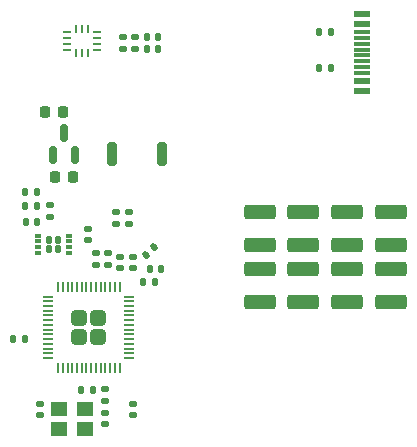
<source format=gbr>
%TF.GenerationSoftware,KiCad,Pcbnew,7.0.10*%
%TF.CreationDate,2025-11-23T12:01:09-06:00*%
%TF.ProjectId,FrankDevBoard,4672616e-6b44-4657-9642-6f6172642e6b,rev?*%
%TF.SameCoordinates,Original*%
%TF.FileFunction,Paste,Top*%
%TF.FilePolarity,Positive*%
%FSLAX46Y46*%
G04 Gerber Fmt 4.6, Leading zero omitted, Abs format (unit mm)*
G04 Created by KiCad (PCBNEW 7.0.10) date 2025-11-23 12:01:09*
%MOMM*%
%LPD*%
G01*
G04 APERTURE LIST*
G04 Aperture macros list*
%AMRoundRect*
0 Rectangle with rounded corners*
0 $1 Rounding radius*
0 $2 $3 $4 $5 $6 $7 $8 $9 X,Y pos of 4 corners*
0 Add a 4 corners polygon primitive as box body*
4,1,4,$2,$3,$4,$5,$6,$7,$8,$9,$2,$3,0*
0 Add four circle primitives for the rounded corners*
1,1,$1+$1,$2,$3*
1,1,$1+$1,$4,$5*
1,1,$1+$1,$6,$7*
1,1,$1+$1,$8,$9*
0 Add four rect primitives between the rounded corners*
20,1,$1+$1,$2,$3,$4,$5,0*
20,1,$1+$1,$4,$5,$6,$7,0*
20,1,$1+$1,$6,$7,$8,$9,0*
20,1,$1+$1,$8,$9,$2,$3,0*%
G04 Aperture macros list end*
%ADD10R,0.675000X0.250000*%
%ADD11R,0.250000X0.675000*%
%ADD12RoundRect,0.135000X-0.185000X0.135000X-0.185000X-0.135000X0.185000X-0.135000X0.185000X0.135000X0*%
%ADD13RoundRect,0.140000X0.140000X0.170000X-0.140000X0.170000X-0.140000X-0.170000X0.140000X-0.170000X0*%
%ADD14RoundRect,0.140000X-0.140000X-0.170000X0.140000X-0.170000X0.140000X0.170000X-0.140000X0.170000X0*%
%ADD15RoundRect,0.250000X1.075000X-0.375000X1.075000X0.375000X-1.075000X0.375000X-1.075000X-0.375000X0*%
%ADD16RoundRect,0.135000X0.135000X0.185000X-0.135000X0.185000X-0.135000X-0.185000X0.135000X-0.185000X0*%
%ADD17RoundRect,0.250000X-1.075000X0.375000X-1.075000X-0.375000X1.075000X-0.375000X1.075000X0.375000X0*%
%ADD18RoundRect,0.225000X0.225000X0.250000X-0.225000X0.250000X-0.225000X-0.250000X0.225000X-0.250000X0*%
%ADD19RoundRect,0.140000X-0.170000X0.140000X-0.170000X-0.140000X0.170000X-0.140000X0.170000X0.140000X0*%
%ADD20RoundRect,0.140000X0.170000X-0.140000X0.170000X0.140000X-0.170000X0.140000X-0.170000X-0.140000X0*%
%ADD21RoundRect,0.249999X-0.395001X-0.395001X0.395001X-0.395001X0.395001X0.395001X-0.395001X0.395001X0*%
%ADD22RoundRect,0.050000X-0.387500X-0.050000X0.387500X-0.050000X0.387500X0.050000X-0.387500X0.050000X0*%
%ADD23RoundRect,0.050000X-0.050000X-0.387500X0.050000X-0.387500X0.050000X0.387500X-0.050000X0.387500X0*%
%ADD24R,1.400000X1.200000*%
%ADD25R,1.450000X0.600000*%
%ADD26R,1.450000X0.300000*%
%ADD27RoundRect,0.200000X0.200000X0.800000X-0.200000X0.800000X-0.200000X-0.800000X0.200000X-0.800000X0*%
%ADD28RoundRect,0.140000X0.021213X-0.219203X0.219203X-0.021213X-0.021213X0.219203X-0.219203X0.021213X0*%
%ADD29RoundRect,0.150000X0.150000X-0.587500X0.150000X0.587500X-0.150000X0.587500X-0.150000X-0.587500X0*%
%ADD30RoundRect,0.140000X-0.140000X-0.180000X0.140000X-0.180000X0.140000X0.180000X-0.140000X0.180000X0*%
%ADD31RoundRect,0.087500X-0.175000X-0.087500X0.175000X-0.087500X0.175000X0.087500X-0.175000X0.087500X0*%
G04 APERTURE END LIST*
D10*
%TO.C,U2*%
X187562500Y-50350000D03*
X187562500Y-49850000D03*
X187562500Y-49350000D03*
X187562500Y-48850000D03*
D11*
X186800000Y-48587500D03*
X186300000Y-48587500D03*
X185800000Y-48587500D03*
D10*
X185037500Y-48850000D03*
X185037500Y-49350000D03*
X185037500Y-49850000D03*
X185037500Y-50350000D03*
D11*
X185800000Y-50612500D03*
X186300000Y-50612500D03*
X186800000Y-50612500D03*
%TD*%
D12*
%TO.C,R9*%
X189780000Y-49310000D03*
X189780000Y-50330000D03*
%TD*%
%TO.C,R8*%
X190780000Y-49310000D03*
X190780000Y-50330000D03*
%TD*%
D13*
%TO.C,C19*%
X192780000Y-50320000D03*
X191820000Y-50320000D03*
%TD*%
D14*
%TO.C,C18*%
X191820000Y-49320000D03*
X192780000Y-49320000D03*
%TD*%
D15*
%TO.C,D1*%
X201400000Y-66900000D03*
X201400000Y-64100000D03*
%TD*%
D16*
%TO.C,R1*%
X207410000Y-48900000D03*
X206390000Y-48900000D03*
%TD*%
D15*
%TO.C,D12*%
X205000000Y-64100000D03*
X205000000Y-66900000D03*
%TD*%
%TO.C,D11*%
X212500000Y-64100000D03*
X212500000Y-66900000D03*
%TD*%
D17*
%TO.C,D10*%
X212499999Y-71700000D03*
X212499999Y-68900000D03*
%TD*%
D15*
%TO.C,D9*%
X208800000Y-64100000D03*
X208800000Y-66900000D03*
%TD*%
D17*
%TO.C,D8*%
X205000000Y-71700000D03*
X205000000Y-68900000D03*
%TD*%
%TO.C,D6*%
X208800002Y-71700002D03*
X208800002Y-68900002D03*
%TD*%
%TO.C,D5*%
X201400004Y-71700004D03*
X201400004Y-68900004D03*
%TD*%
D18*
%TO.C,C13*%
X185575000Y-61100000D03*
X184025000Y-61100000D03*
%TD*%
D14*
%TO.C,C17*%
X192040000Y-68900000D03*
X193000000Y-68900000D03*
%TD*%
D19*
%TO.C,C9*%
X190600000Y-80340000D03*
X190600000Y-81300000D03*
%TD*%
D20*
%TO.C,C11*%
X186800000Y-66480000D03*
X186800000Y-65520000D03*
%TD*%
D12*
%TO.C,R4*%
X188500000Y-67590000D03*
X188500000Y-68610000D03*
%TD*%
D16*
%TO.C,R5*%
X187220000Y-79200000D03*
X186200000Y-79200000D03*
%TD*%
D18*
%TO.C,C12*%
X184750000Y-55600000D03*
X183200000Y-55600000D03*
%TD*%
D20*
%TO.C,C16*%
X190600000Y-68880000D03*
X190600000Y-67920000D03*
%TD*%
D12*
%TO.C,R3*%
X187500000Y-67590000D03*
X187500000Y-68610000D03*
%TD*%
D20*
%TO.C,C5*%
X190300000Y-65100000D03*
X190300000Y-64140000D03*
%TD*%
D14*
%TO.C,C7*%
X181520000Y-62410000D03*
X182480000Y-62410000D03*
%TD*%
D20*
%TO.C,C10*%
X189500000Y-68880000D03*
X189500000Y-67920000D03*
%TD*%
D19*
%TO.C,C1*%
X188300000Y-79120000D03*
X188300000Y-80080000D03*
%TD*%
D14*
%TO.C,C8*%
X191520000Y-70000000D03*
X192480000Y-70000000D03*
%TD*%
D21*
%TO.C,U1*%
X186100000Y-73062500D03*
X186100000Y-74662500D03*
X187700000Y-73062500D03*
X187700000Y-74662500D03*
D22*
X183462500Y-71262500D03*
X183462500Y-71662500D03*
X183462500Y-72062500D03*
X183462500Y-72462500D03*
X183462500Y-72862500D03*
X183462500Y-73262500D03*
X183462500Y-73662500D03*
X183462500Y-74062500D03*
X183462500Y-74462500D03*
X183462500Y-74862500D03*
X183462500Y-75262500D03*
X183462500Y-75662500D03*
X183462500Y-76062500D03*
X183462500Y-76462500D03*
D23*
X184300000Y-77300000D03*
X184700000Y-77300000D03*
X185100000Y-77300000D03*
X185500000Y-77300000D03*
X185900000Y-77300000D03*
X186300000Y-77300000D03*
X186700000Y-77300000D03*
X187100000Y-77300000D03*
X187500000Y-77300000D03*
X187900000Y-77300000D03*
X188300000Y-77300000D03*
X188700000Y-77300000D03*
X189100000Y-77300000D03*
X189500000Y-77300000D03*
D22*
X190337500Y-76462500D03*
X190337500Y-76062500D03*
X190337500Y-75662500D03*
X190337500Y-75262500D03*
X190337500Y-74862500D03*
X190337500Y-74462500D03*
X190337500Y-74062500D03*
X190337500Y-73662500D03*
X190337500Y-73262500D03*
X190337500Y-72862500D03*
X190337500Y-72462500D03*
X190337500Y-72062500D03*
X190337500Y-71662500D03*
X190337500Y-71262500D03*
D23*
X189500000Y-70425000D03*
X189100000Y-70425000D03*
X188700000Y-70425000D03*
X188300000Y-70425000D03*
X187900000Y-70425000D03*
X187500000Y-70425000D03*
X187100000Y-70425000D03*
X186700000Y-70425000D03*
X186300000Y-70425000D03*
X185900000Y-70425000D03*
X185500000Y-70425000D03*
X185100000Y-70425000D03*
X184700000Y-70425000D03*
X184300000Y-70425000D03*
%TD*%
D20*
%TO.C,C15*%
X188300000Y-82060000D03*
X188300000Y-81100000D03*
%TD*%
D13*
%TO.C,C6*%
X182500000Y-64910000D03*
X181540000Y-64910000D03*
%TD*%
D12*
%TO.C,R7*%
X183620000Y-63500000D03*
X183620000Y-64520000D03*
%TD*%
D20*
%TO.C,C2*%
X189200000Y-65100000D03*
X189200000Y-64140000D03*
%TD*%
%TO.C,C14*%
X182800000Y-81280000D03*
X182800000Y-80320000D03*
%TD*%
D16*
%TO.C,R6*%
X182530000Y-63610000D03*
X181510000Y-63610000D03*
%TD*%
D24*
%TO.C,Y1*%
X184400000Y-82500000D03*
X186600000Y-82500000D03*
X186600000Y-80800000D03*
X184400000Y-80800000D03*
%TD*%
D13*
%TO.C,C3*%
X181460000Y-74900000D03*
X180500000Y-74900000D03*
%TD*%
D25*
%TO.C,J1*%
X210015000Y-53849994D03*
X210015000Y-53049994D03*
D26*
X210015000Y-51849994D03*
X210015000Y-50849994D03*
X210015000Y-50349994D03*
X210015000Y-49349994D03*
D25*
X210015000Y-48149994D03*
X210015000Y-47349994D03*
X210015000Y-47349994D03*
X210015000Y-48149994D03*
D26*
X210015000Y-48849994D03*
X210015000Y-49849994D03*
X210015000Y-51349994D03*
X210015000Y-52349994D03*
D25*
X210015000Y-53049994D03*
X210015000Y-53849994D03*
%TD*%
D27*
%TO.C,SW1*%
X193100000Y-59200000D03*
X188900000Y-59200000D03*
%TD*%
D28*
%TO.C,C4*%
X191760589Y-67739411D03*
X192439411Y-67060589D03*
%TD*%
D29*
%TO.C,U4*%
X183850000Y-59275000D03*
X185750000Y-59275000D03*
X184800000Y-57400000D03*
%TD*%
D16*
%TO.C,R2*%
X207410000Y-51900000D03*
X206390000Y-51900000D03*
%TD*%
D30*
%TO.C,U3*%
X183562500Y-66450000D03*
X183562500Y-67250000D03*
X184262500Y-66450000D03*
X184262500Y-67250000D03*
D31*
X182625000Y-66100000D03*
X182625000Y-66600000D03*
X182625000Y-67100000D03*
X182625000Y-67600000D03*
X185200000Y-67600000D03*
X185200000Y-67100000D03*
X185200000Y-66600000D03*
X185200000Y-66100000D03*
%TD*%
M02*

</source>
